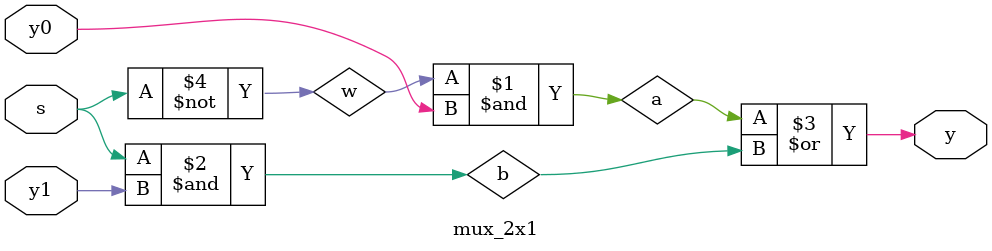
<source format=v>
`timescale 1ns / 1ps

module mux8x1_4x1(
    output y,
    input [7:0]i,
    input [2:0]s
    );
    mux_4x1 m1(y0,i[3:0],s[1:0]);
    mux_4x1 m2(y1,i[7:4],s[1:0]);
    mux_2x1 m3(y,y0,y1,s[2]);
endmodule

module mux_4x1(
    output y0,
    input [3:0]i,
    input [1:0]s
    );
    wire w1,w2,a,b,c,d;
    
    not n1(w1,s[1]);
    not n2(w2,s[0]);
    and a1(a,w1,w2,i[0]);
    and a2(b,w1,s[0],i[1]);
    and a3(c,s[1],w2,i[2]);
    and a4(d,s[1],s[0],i[3]);
    or o1(y0,a,b,c,d);
endmodule

module mux_2x1(
    output y,
    input y0,y1,
    input s
    );
    wire w,a,b;

    not n1(w, s);
    and a1(a,w,y0);
    and a2(b,s,y1);
    or o1(y,a,b);
endmodule

</source>
